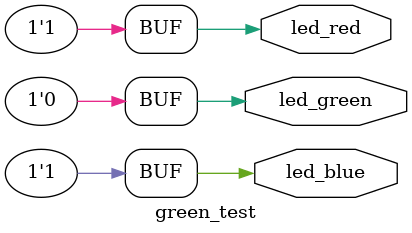
<source format=v>
module green_test (
    output wire led_green,
    output wire led_red,
    output wire led_blue
);

    // Active LOW assumption
    assign led_green = 1'b0;  // FORCE GREEN ON
    assign led_red   = 1'b1;  // OFF
    assign led_blue  = 1'b1;  // OFF

endmodule


</source>
